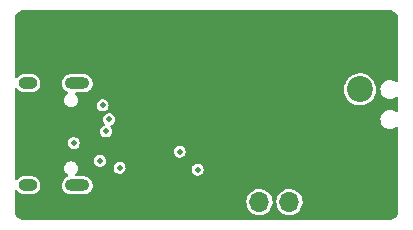
<source format=gbl>
%TF.GenerationSoftware,KiCad,Pcbnew,5.99.0-unknown-3f6811f413~130~ubuntu20.10.1*%
%TF.CreationDate,2021-09-06T20:59:45-07:00*%
%TF.ProjectId,usb_pd,7573625f-7064-42e6-9b69-6361645f7063,rev?*%
%TF.SameCoordinates,Original*%
%TF.FileFunction,Copper,L4,Bot*%
%TF.FilePolarity,Positive*%
%FSLAX46Y46*%
G04 Gerber Fmt 4.6, Leading zero omitted, Abs format (unit mm)*
G04 Created by KiCad (PCBNEW 5.99.0-unknown-3f6811f413~130~ubuntu20.10.1) date 2021-09-06 20:59:45*
%MOMM*%
%LPD*%
G01*
G04 APERTURE LIST*
%TA.AperFunction,ComponentPad*%
%ADD10R,1.700000X1.700000*%
%TD*%
%TA.AperFunction,ComponentPad*%
%ADD11O,1.700000X1.700000*%
%TD*%
%TA.AperFunction,ComponentPad*%
%ADD12R,2.200000X2.200000*%
%TD*%
%TA.AperFunction,ComponentPad*%
%ADD13C,2.200000*%
%TD*%
%TA.AperFunction,ComponentPad*%
%ADD14O,2.100000X1.000000*%
%TD*%
%TA.AperFunction,ComponentPad*%
%ADD15O,1.600000X1.000000*%
%TD*%
%TA.AperFunction,ViaPad*%
%ADD16C,0.508000*%
%TD*%
%TA.AperFunction,ViaPad*%
%ADD17C,0.800000*%
%TD*%
G04 APERTURE END LIST*
D10*
%TO.P,J102,1,Pin_1*%
%TO.N,GND*%
X98450000Y-124750000D03*
D11*
%TO.P,J102,2,Pin_2*%
%TO.N,/PD_SDA*%
X100990000Y-124750000D03*
%TO.P,J102,3,Pin_3*%
%TO.N,/PD_SCL*%
X103530000Y-124750000D03*
%TO.P,J102,4,Pin_4*%
%TO.N,GND*%
X106070000Y-124750000D03*
%TD*%
D12*
%TO.P,J103,1,Pin_1*%
%TO.N,GND*%
X109500000Y-117750000D03*
D13*
%TO.P,J103,2,Pin_2*%
%TO.N,VBUS*%
X109500000Y-115210000D03*
%TD*%
D14*
%TO.P,J101,S1,SHIELD*%
%TO.N,Net-(C101-Pad1)*%
X85570000Y-123320000D03*
D15*
X81390000Y-123320000D03*
D14*
X85570000Y-114680000D03*
D15*
X81390000Y-114680000D03*
%TD*%
D16*
%TO.N,GND*%
X84750000Y-112000000D03*
X87250000Y-112000000D03*
X94250000Y-113000000D03*
X98000000Y-120500000D03*
X97000000Y-120500000D03*
X97000000Y-119750000D03*
X98000000Y-119750000D03*
X98000000Y-119000000D03*
X97000000Y-119000000D03*
X98000000Y-116500000D03*
X101500000Y-120500000D03*
X101500000Y-118500000D03*
D17*
X98000000Y-110000000D03*
X96000000Y-110500000D03*
X108000000Y-109250000D03*
X109250000Y-124500000D03*
X111250000Y-124500000D03*
X89750000Y-124500000D03*
X95750000Y-124500000D03*
X95000000Y-125500000D03*
X90500000Y-125500000D03*
D16*
%TO.N,Net-(D104-Pad1)*%
X95750000Y-122000000D03*
X88250000Y-117750000D03*
X89141384Y-121858616D03*
X94233616Y-120483616D03*
%TO.N,GND*%
X89000000Y-121000000D03*
X89000000Y-118000000D03*
%TO.N,Net-(FB101-Pad1)*%
X87710000Y-116550000D03*
X87500000Y-121250000D03*
%TO.N,Net-(D101-Pad1)*%
X88000000Y-118750000D03*
X85250000Y-119750000D03*
D17*
%TO.N,GND*%
X87654312Y-115404312D03*
X87750000Y-122250000D03*
%TD*%
%TA.AperFunction,Conductor*%
%TO.N,GND*%
G36*
X111987153Y-108506421D02*
G01*
X112000000Y-108508976D01*
X112012172Y-108506555D01*
X112019754Y-108506555D01*
X112032104Y-108507162D01*
X112133188Y-108517118D01*
X112157408Y-108521935D01*
X112273617Y-108557187D01*
X112296418Y-108566631D01*
X112403517Y-108623876D01*
X112424047Y-108637594D01*
X112517909Y-108714626D01*
X112535374Y-108732091D01*
X112612406Y-108825953D01*
X112626124Y-108846483D01*
X112683369Y-108953582D01*
X112692813Y-108976383D01*
X112728065Y-109092592D01*
X112732882Y-109116812D01*
X112742838Y-109217896D01*
X112743445Y-109230246D01*
X112743445Y-109237828D01*
X112741024Y-109250000D01*
X112743445Y-109262170D01*
X112743579Y-109262844D01*
X112746000Y-109287425D01*
X112746000Y-114476845D01*
X112725998Y-114544966D01*
X112672342Y-114591459D01*
X112602068Y-114601563D01*
X112547939Y-114578038D01*
X112547293Y-114579055D01*
X112394901Y-114482344D01*
X112328858Y-114458827D01*
X112231506Y-114424161D01*
X112231501Y-114424160D01*
X112224871Y-114421799D01*
X112217885Y-114420966D01*
X112217881Y-114420965D01*
X112091337Y-114405877D01*
X112045652Y-114400429D01*
X112038649Y-114401165D01*
X112038648Y-114401165D01*
X111873160Y-114418558D01*
X111873156Y-114418559D01*
X111866152Y-114419295D01*
X111695293Y-114477460D01*
X111681212Y-114486123D01*
X111555604Y-114563398D01*
X111541566Y-114572034D01*
X111412612Y-114698315D01*
X111314840Y-114850027D01*
X111312431Y-114856647D01*
X111312429Y-114856650D01*
X111264193Y-114989177D01*
X111253109Y-115019631D01*
X111230488Y-115198696D01*
X111248101Y-115378323D01*
X111250325Y-115385008D01*
X111250325Y-115385009D01*
X111267643Y-115437070D01*
X111305072Y-115549585D01*
X111308719Y-115555607D01*
X111308720Y-115555609D01*
X111372222Y-115660463D01*
X111398569Y-115703968D01*
X111523947Y-115833801D01*
X111529840Y-115837657D01*
X111529841Y-115837658D01*
X111578696Y-115869627D01*
X111674974Y-115932629D01*
X111759558Y-115964086D01*
X111837540Y-115993088D01*
X111837542Y-115993089D01*
X111844142Y-115995543D01*
X111851120Y-115996474D01*
X111851124Y-115996475D01*
X111933593Y-116007478D01*
X112023045Y-116019413D01*
X112030056Y-116018775D01*
X112030060Y-116018775D01*
X112195770Y-116003694D01*
X112202791Y-116003055D01*
X112209493Y-116000877D01*
X112209495Y-116000877D01*
X112367747Y-115949458D01*
X112367750Y-115949457D01*
X112374446Y-115947281D01*
X112529478Y-115854863D01*
X112534576Y-115850008D01*
X112540190Y-115845747D01*
X112541290Y-115847196D01*
X112596229Y-115818915D01*
X112666900Y-115825706D01*
X112722681Y-115869627D01*
X112746000Y-115942652D01*
X112746000Y-117016845D01*
X112725998Y-117084966D01*
X112672342Y-117131459D01*
X112602068Y-117141563D01*
X112547939Y-117118038D01*
X112547293Y-117119055D01*
X112394901Y-117022344D01*
X112356612Y-117008710D01*
X112231506Y-116964161D01*
X112231501Y-116964160D01*
X112224871Y-116961799D01*
X112217885Y-116960966D01*
X112217881Y-116960965D01*
X112086192Y-116945263D01*
X112045652Y-116940429D01*
X112038649Y-116941165D01*
X112038648Y-116941165D01*
X111873160Y-116958558D01*
X111873156Y-116958559D01*
X111866152Y-116959295D01*
X111695293Y-117017460D01*
X111541566Y-117112034D01*
X111412612Y-117238315D01*
X111314840Y-117390027D01*
X111312431Y-117396647D01*
X111312429Y-117396650D01*
X111281586Y-117481390D01*
X111253109Y-117559631D01*
X111230488Y-117738696D01*
X111248101Y-117918323D01*
X111305072Y-118089585D01*
X111308719Y-118095607D01*
X111308720Y-118095609D01*
X111394290Y-118236902D01*
X111398569Y-118243968D01*
X111523947Y-118373801D01*
X111529840Y-118377657D01*
X111529841Y-118377658D01*
X111657544Y-118461223D01*
X111674974Y-118472629D01*
X111759558Y-118504086D01*
X111837540Y-118533088D01*
X111837542Y-118533089D01*
X111844142Y-118535543D01*
X111851120Y-118536474D01*
X111851124Y-118536475D01*
X111933593Y-118547478D01*
X112023045Y-118559413D01*
X112030056Y-118558775D01*
X112030060Y-118558775D01*
X112195770Y-118543694D01*
X112202791Y-118543055D01*
X112209493Y-118540877D01*
X112209495Y-118540877D01*
X112367747Y-118489458D01*
X112367750Y-118489457D01*
X112374446Y-118487281D01*
X112529478Y-118394863D01*
X112534576Y-118390008D01*
X112540190Y-118385747D01*
X112541290Y-118387196D01*
X112596229Y-118358915D01*
X112666900Y-118365706D01*
X112722681Y-118409627D01*
X112746000Y-118482652D01*
X112746000Y-125462575D01*
X112743579Y-125487153D01*
X112741024Y-125500000D01*
X112743445Y-125512172D01*
X112743445Y-125519754D01*
X112742838Y-125532104D01*
X112732882Y-125633188D01*
X112728065Y-125657408D01*
X112692813Y-125773617D01*
X112683369Y-125796418D01*
X112626124Y-125903517D01*
X112612406Y-125924047D01*
X112535374Y-126017909D01*
X112517909Y-126035374D01*
X112424047Y-126112406D01*
X112403517Y-126126124D01*
X112296418Y-126183369D01*
X112273617Y-126192813D01*
X112157408Y-126228065D01*
X112133188Y-126232882D01*
X112032104Y-126242838D01*
X112019754Y-126243445D01*
X112012172Y-126243445D01*
X112000000Y-126241024D01*
X111987153Y-126243579D01*
X111962575Y-126246000D01*
X81037425Y-126246000D01*
X81012847Y-126243579D01*
X81000000Y-126241024D01*
X80987828Y-126243445D01*
X80980246Y-126243445D01*
X80967896Y-126242838D01*
X80866812Y-126232882D01*
X80842592Y-126228065D01*
X80726383Y-126192813D01*
X80703582Y-126183369D01*
X80596483Y-126126124D01*
X80575953Y-126112406D01*
X80482091Y-126035374D01*
X80464626Y-126017909D01*
X80387594Y-125924047D01*
X80373876Y-125903517D01*
X80316631Y-125796418D01*
X80307187Y-125773617D01*
X80271935Y-125657408D01*
X80267118Y-125633188D01*
X80257162Y-125532104D01*
X80256555Y-125519754D01*
X80256555Y-125512172D01*
X80258976Y-125500000D01*
X80256421Y-125487153D01*
X80254000Y-125462575D01*
X80254000Y-124720964D01*
X99881148Y-124720964D01*
X99894424Y-124923522D01*
X99895845Y-124929118D01*
X99895846Y-124929123D01*
X99916119Y-125008945D01*
X99944392Y-125120269D01*
X99946809Y-125125512D01*
X99984010Y-125206208D01*
X100029377Y-125304616D01*
X100032710Y-125309332D01*
X100141011Y-125462575D01*
X100146533Y-125470389D01*
X100291938Y-125612035D01*
X100460720Y-125724812D01*
X100466023Y-125727090D01*
X100466026Y-125727092D01*
X100627409Y-125796427D01*
X100647228Y-125804942D01*
X100720244Y-125821464D01*
X100839579Y-125848467D01*
X100839584Y-125848468D01*
X100845216Y-125849742D01*
X100850987Y-125849969D01*
X100850989Y-125849969D01*
X100910756Y-125852317D01*
X101048053Y-125857712D01*
X101148499Y-125843148D01*
X101243231Y-125829413D01*
X101243236Y-125829412D01*
X101248945Y-125828584D01*
X101254409Y-125826729D01*
X101254414Y-125826728D01*
X101435693Y-125765192D01*
X101435698Y-125765190D01*
X101441165Y-125763334D01*
X101618276Y-125664147D01*
X101680934Y-125612035D01*
X101769913Y-125538031D01*
X101774345Y-125534345D01*
X101904147Y-125378276D01*
X102003334Y-125201165D01*
X102005190Y-125195698D01*
X102005192Y-125195693D01*
X102066728Y-125014414D01*
X102066729Y-125014409D01*
X102068584Y-125008945D01*
X102069412Y-125003236D01*
X102069413Y-125003231D01*
X102097179Y-124811727D01*
X102097712Y-124808053D01*
X102099232Y-124750000D01*
X102096564Y-124720964D01*
X102421148Y-124720964D01*
X102434424Y-124923522D01*
X102435845Y-124929118D01*
X102435846Y-124929123D01*
X102456119Y-125008945D01*
X102484392Y-125120269D01*
X102486809Y-125125512D01*
X102524010Y-125206208D01*
X102569377Y-125304616D01*
X102572710Y-125309332D01*
X102681011Y-125462575D01*
X102686533Y-125470389D01*
X102831938Y-125612035D01*
X103000720Y-125724812D01*
X103006023Y-125727090D01*
X103006026Y-125727092D01*
X103167409Y-125796427D01*
X103187228Y-125804942D01*
X103260244Y-125821464D01*
X103379579Y-125848467D01*
X103379584Y-125848468D01*
X103385216Y-125849742D01*
X103390987Y-125849969D01*
X103390989Y-125849969D01*
X103450756Y-125852317D01*
X103588053Y-125857712D01*
X103688499Y-125843148D01*
X103783231Y-125829413D01*
X103783236Y-125829412D01*
X103788945Y-125828584D01*
X103794409Y-125826729D01*
X103794414Y-125826728D01*
X103975693Y-125765192D01*
X103975698Y-125765190D01*
X103981165Y-125763334D01*
X104158276Y-125664147D01*
X104220934Y-125612035D01*
X104309913Y-125538031D01*
X104314345Y-125534345D01*
X104444147Y-125378276D01*
X104543334Y-125201165D01*
X104545190Y-125195698D01*
X104545192Y-125195693D01*
X104606728Y-125014414D01*
X104606729Y-125014409D01*
X104608584Y-125008945D01*
X104609412Y-125003236D01*
X104609413Y-125003231D01*
X104637179Y-124811727D01*
X104637712Y-124808053D01*
X104639232Y-124750000D01*
X104620658Y-124547859D01*
X104619090Y-124542299D01*
X104567125Y-124358046D01*
X104567124Y-124358044D01*
X104565557Y-124352487D01*
X104554978Y-124331033D01*
X104478331Y-124175609D01*
X104475776Y-124170428D01*
X104354320Y-124007779D01*
X104244946Y-123906674D01*
X104209503Y-123873911D01*
X104205258Y-123869987D01*
X104200375Y-123866906D01*
X104200371Y-123866903D01*
X104044612Y-123768627D01*
X104033581Y-123761667D01*
X103845039Y-123686446D01*
X103839379Y-123685320D01*
X103839375Y-123685319D01*
X103651613Y-123647971D01*
X103651610Y-123647971D01*
X103645946Y-123646844D01*
X103640171Y-123646768D01*
X103640167Y-123646768D01*
X103538793Y-123645441D01*
X103442971Y-123644187D01*
X103437274Y-123645166D01*
X103437273Y-123645166D01*
X103248607Y-123677585D01*
X103242910Y-123678564D01*
X103052463Y-123748824D01*
X102878010Y-123852612D01*
X102873670Y-123856418D01*
X102873666Y-123856421D01*
X102761035Y-123955197D01*
X102725392Y-123986455D01*
X102599720Y-124145869D01*
X102597031Y-124150980D01*
X102597029Y-124150983D01*
X102584073Y-124175609D01*
X102505203Y-124325515D01*
X102445007Y-124519378D01*
X102421148Y-124720964D01*
X102096564Y-124720964D01*
X102080658Y-124547859D01*
X102079090Y-124542299D01*
X102027125Y-124358046D01*
X102027124Y-124358044D01*
X102025557Y-124352487D01*
X102014978Y-124331033D01*
X101938331Y-124175609D01*
X101935776Y-124170428D01*
X101814320Y-124007779D01*
X101704946Y-123906674D01*
X101669503Y-123873911D01*
X101665258Y-123869987D01*
X101660375Y-123866906D01*
X101660371Y-123866903D01*
X101504612Y-123768627D01*
X101493581Y-123761667D01*
X101305039Y-123686446D01*
X101299379Y-123685320D01*
X101299375Y-123685319D01*
X101111613Y-123647971D01*
X101111610Y-123647971D01*
X101105946Y-123646844D01*
X101100171Y-123646768D01*
X101100167Y-123646768D01*
X100998793Y-123645441D01*
X100902971Y-123644187D01*
X100897274Y-123645166D01*
X100897273Y-123645166D01*
X100708607Y-123677585D01*
X100702910Y-123678564D01*
X100512463Y-123748824D01*
X100338010Y-123852612D01*
X100333670Y-123856418D01*
X100333666Y-123856421D01*
X100221035Y-123955197D01*
X100185392Y-123986455D01*
X100059720Y-124145869D01*
X100057031Y-124150980D01*
X100057029Y-124150983D01*
X100044073Y-124175609D01*
X99965203Y-124325515D01*
X99905007Y-124519378D01*
X99881148Y-124720964D01*
X80254000Y-124720964D01*
X80254000Y-123840567D01*
X80274002Y-123772446D01*
X80327658Y-123725953D01*
X80397932Y-123715849D01*
X80462512Y-123745343D01*
X80481481Y-123765884D01*
X80488159Y-123774958D01*
X80534537Y-123837978D01*
X80668596Y-123951869D01*
X80749846Y-123993358D01*
X80778089Y-124007779D01*
X80825260Y-124031866D01*
X80832365Y-124033605D01*
X80832369Y-124033606D01*
X80914026Y-124053587D01*
X80996125Y-124073676D01*
X81001727Y-124074024D01*
X81001730Y-124074024D01*
X81007468Y-124074380D01*
X81007477Y-124074380D01*
X81009407Y-124074500D01*
X81732885Y-124074500D01*
X81736519Y-124074076D01*
X81736524Y-124074076D01*
X81857450Y-124059977D01*
X81864723Y-124059129D01*
X81935038Y-124033606D01*
X82023194Y-124001607D01*
X82030073Y-123999110D01*
X82177181Y-123902662D01*
X82298155Y-123774958D01*
X82386507Y-123622850D01*
X82437497Y-123454496D01*
X82443293Y-123361073D01*
X84261611Y-123361073D01*
X84291401Y-123534438D01*
X84360274Y-123696301D01*
X84364607Y-123702189D01*
X84364610Y-123702194D01*
X84460195Y-123832079D01*
X84460199Y-123832083D01*
X84464537Y-123837978D01*
X84598596Y-123951869D01*
X84679846Y-123993358D01*
X84708089Y-124007779D01*
X84755260Y-124031866D01*
X84762365Y-124033605D01*
X84762369Y-124033606D01*
X84844026Y-124053587D01*
X84926125Y-124073676D01*
X84931727Y-124074024D01*
X84931730Y-124074024D01*
X84937468Y-124074380D01*
X84937477Y-124074380D01*
X84939407Y-124074500D01*
X86162885Y-124074500D01*
X86166519Y-124074076D01*
X86166524Y-124074076D01*
X86287450Y-124059977D01*
X86294723Y-124059129D01*
X86365038Y-124033606D01*
X86453194Y-124001607D01*
X86460073Y-123999110D01*
X86607181Y-123902662D01*
X86728155Y-123774958D01*
X86816507Y-123622850D01*
X86867497Y-123454496D01*
X86878389Y-123278927D01*
X86848599Y-123105562D01*
X86779726Y-122943699D01*
X86775393Y-122937811D01*
X86775390Y-122937806D01*
X86679805Y-122807921D01*
X86679801Y-122807917D01*
X86675463Y-122802022D01*
X86541404Y-122688131D01*
X86456747Y-122644903D01*
X86391256Y-122611461D01*
X86391254Y-122611460D01*
X86384740Y-122608134D01*
X86377635Y-122606395D01*
X86377631Y-122606394D01*
X86283533Y-122583369D01*
X86213875Y-122566324D01*
X86208273Y-122565976D01*
X86208270Y-122565976D01*
X86202532Y-122565620D01*
X86202523Y-122565620D01*
X86200593Y-122565500D01*
X85482788Y-122565500D01*
X85414667Y-122545498D01*
X85368174Y-122491842D01*
X85358070Y-122421568D01*
X85387564Y-122356988D01*
X85406084Y-122339537D01*
X85446758Y-122308327D01*
X85453304Y-122303304D01*
X85546192Y-122182250D01*
X85604584Y-122041280D01*
X85624500Y-121890000D01*
X85619542Y-121852340D01*
X88627693Y-121852340D01*
X88628857Y-121861242D01*
X88628857Y-121861245D01*
X88633688Y-121898188D01*
X88646579Y-121996768D01*
X88650193Y-122004981D01*
X88650194Y-122004985D01*
X88658072Y-122022888D01*
X88705243Y-122130090D01*
X88711018Y-122136960D01*
X88711019Y-122136962D01*
X88754594Y-122188801D01*
X88798967Y-122241589D01*
X88806444Y-122246566D01*
X88912745Y-122317326D01*
X88912747Y-122317327D01*
X88920218Y-122322300D01*
X89059248Y-122365737D01*
X89204882Y-122368406D01*
X89275146Y-122349250D01*
X89336747Y-122332455D01*
X89336748Y-122332455D01*
X89345410Y-122330093D01*
X89353743Y-122324977D01*
X89415148Y-122287274D01*
X89469538Y-122253879D01*
X89476158Y-122246566D01*
X89561257Y-122152550D01*
X89561258Y-122152549D01*
X89567285Y-122145890D01*
X89575348Y-122129249D01*
X89626879Y-122022888D01*
X89626879Y-122022887D01*
X89630794Y-122014807D01*
X89634341Y-121993724D01*
X95236309Y-121993724D01*
X95237473Y-122002626D01*
X95237473Y-122002629D01*
X95243525Y-122048909D01*
X95255195Y-122138152D01*
X95258809Y-122146365D01*
X95258810Y-122146369D01*
X95274599Y-122182250D01*
X95313859Y-122271474D01*
X95319634Y-122278344D01*
X95319635Y-122278346D01*
X95395338Y-122368406D01*
X95407583Y-122382973D01*
X95415060Y-122387950D01*
X95521361Y-122458710D01*
X95521363Y-122458711D01*
X95528834Y-122463684D01*
X95667864Y-122507121D01*
X95813498Y-122509790D01*
X95883762Y-122490633D01*
X95945363Y-122473839D01*
X95945364Y-122473839D01*
X95954026Y-122471477D01*
X95962359Y-122466361D01*
X96016090Y-122433370D01*
X96078154Y-122395263D01*
X96084774Y-122387950D01*
X96169873Y-122293934D01*
X96169874Y-122293933D01*
X96175901Y-122287274D01*
X96239410Y-122156191D01*
X96263576Y-122012552D01*
X96263729Y-122000000D01*
X96247976Y-121890000D01*
X96244354Y-121864706D01*
X96244353Y-121864703D01*
X96243080Y-121855813D01*
X96237467Y-121843468D01*
X96186508Y-121731390D01*
X96186507Y-121731388D01*
X96182792Y-121723218D01*
X96087713Y-121612873D01*
X95965485Y-121533648D01*
X95825934Y-121491914D01*
X95816958Y-121491859D01*
X95816957Y-121491859D01*
X95755644Y-121491485D01*
X95680279Y-121491024D01*
X95540229Y-121531051D01*
X95532642Y-121535838D01*
X95532640Y-121535839D01*
X95470520Y-121575034D01*
X95417042Y-121608776D01*
X95320622Y-121717951D01*
X95316808Y-121726074D01*
X95316807Y-121726076D01*
X95262533Y-121841676D01*
X95258719Y-121849800D01*
X95257339Y-121858665D01*
X95257338Y-121858667D01*
X95251185Y-121898188D01*
X95236309Y-121993724D01*
X89634341Y-121993724D01*
X89654960Y-121871168D01*
X89655113Y-121858616D01*
X89640622Y-121757428D01*
X89635738Y-121723322D01*
X89635737Y-121723319D01*
X89634464Y-121714429D01*
X89630746Y-121706251D01*
X89577892Y-121590006D01*
X89577891Y-121590004D01*
X89574176Y-121581834D01*
X89479097Y-121471489D01*
X89356869Y-121392264D01*
X89217318Y-121350530D01*
X89208342Y-121350475D01*
X89208341Y-121350475D01*
X89147028Y-121350101D01*
X89071663Y-121349640D01*
X88931613Y-121389667D01*
X88924026Y-121394454D01*
X88924024Y-121394455D01*
X88905424Y-121406191D01*
X88808426Y-121467392D01*
X88712006Y-121576567D01*
X88708192Y-121584690D01*
X88708191Y-121584692D01*
X88653917Y-121700292D01*
X88650103Y-121708416D01*
X88648723Y-121717281D01*
X88648722Y-121717283D01*
X88642104Y-121759790D01*
X88627693Y-121852340D01*
X85619542Y-121852340D01*
X85607028Y-121757285D01*
X85605662Y-121746908D01*
X85604584Y-121738720D01*
X85546192Y-121597750D01*
X85464939Y-121491859D01*
X85458327Y-121483242D01*
X85453304Y-121476696D01*
X85332250Y-121383808D01*
X85191280Y-121325416D01*
X85040000Y-121305500D01*
X84888720Y-121325416D01*
X84747750Y-121383808D01*
X84626696Y-121476696D01*
X84621673Y-121483242D01*
X84615061Y-121491859D01*
X84533808Y-121597750D01*
X84475416Y-121738720D01*
X84474338Y-121746908D01*
X84472972Y-121757285D01*
X84455500Y-121890000D01*
X84475416Y-122041280D01*
X84533808Y-122182250D01*
X84626696Y-122303304D01*
X84747750Y-122396192D01*
X84750522Y-122397340D01*
X84797835Y-122446958D01*
X84811274Y-122516671D01*
X84784889Y-122582583D01*
X84728836Y-122623137D01*
X84679927Y-122640890D01*
X84532819Y-122737338D01*
X84411845Y-122865042D01*
X84323493Y-123017150D01*
X84272503Y-123185504D01*
X84261611Y-123361073D01*
X82443293Y-123361073D01*
X82448389Y-123278927D01*
X82418599Y-123105562D01*
X82349726Y-122943699D01*
X82345393Y-122937811D01*
X82345390Y-122937806D01*
X82249805Y-122807921D01*
X82249801Y-122807917D01*
X82245463Y-122802022D01*
X82111404Y-122688131D01*
X82026747Y-122644903D01*
X81961256Y-122611461D01*
X81961254Y-122611460D01*
X81954740Y-122608134D01*
X81947635Y-122606395D01*
X81947631Y-122606394D01*
X81853533Y-122583369D01*
X81783875Y-122566324D01*
X81778273Y-122565976D01*
X81778270Y-122565976D01*
X81772532Y-122565620D01*
X81772523Y-122565620D01*
X81770593Y-122565500D01*
X81047115Y-122565500D01*
X81043481Y-122565924D01*
X81043476Y-122565924D01*
X80922550Y-122580023D01*
X80915277Y-122580871D01*
X80908395Y-122583369D01*
X80840169Y-122608134D01*
X80749927Y-122640890D01*
X80602819Y-122737338D01*
X80481845Y-122865042D01*
X80479814Y-122868539D01*
X80424068Y-122910296D01*
X80353254Y-122915381D01*
X80290931Y-122881375D01*
X80256888Y-122819073D01*
X80254000Y-122792253D01*
X80254000Y-121243724D01*
X86986309Y-121243724D01*
X86987473Y-121252626D01*
X86987473Y-121252629D01*
X86994387Y-121305500D01*
X87005195Y-121388152D01*
X87008809Y-121396365D01*
X87008810Y-121396369D01*
X87009237Y-121397339D01*
X87063859Y-121521474D01*
X87069634Y-121528344D01*
X87069635Y-121528346D01*
X87127975Y-121597750D01*
X87157583Y-121632973D01*
X87165060Y-121637950D01*
X87271361Y-121708710D01*
X87271363Y-121708711D01*
X87278834Y-121713684D01*
X87287401Y-121716361D01*
X87287402Y-121716361D01*
X87303777Y-121721477D01*
X87417864Y-121757121D01*
X87563498Y-121759790D01*
X87668763Y-121731091D01*
X87695363Y-121723839D01*
X87695364Y-121723839D01*
X87704026Y-121721477D01*
X87712266Y-121716418D01*
X87820502Y-121649961D01*
X87828154Y-121645263D01*
X87834774Y-121637950D01*
X87919873Y-121543934D01*
X87919874Y-121543933D01*
X87925901Y-121537274D01*
X87947905Y-121491859D01*
X87985495Y-121414272D01*
X87985495Y-121414271D01*
X87989410Y-121406191D01*
X88013576Y-121262552D01*
X88013729Y-121250000D01*
X87993080Y-121105813D01*
X87989362Y-121097635D01*
X87936508Y-120981390D01*
X87936507Y-120981388D01*
X87932792Y-120973218D01*
X87837713Y-120862873D01*
X87715485Y-120783648D01*
X87575934Y-120741914D01*
X87566958Y-120741859D01*
X87566957Y-120741859D01*
X87505644Y-120741485D01*
X87430279Y-120741024D01*
X87290229Y-120781051D01*
X87167042Y-120858776D01*
X87161100Y-120865504D01*
X87118832Y-120913363D01*
X87070622Y-120967951D01*
X87008719Y-121099800D01*
X86986309Y-121243724D01*
X80254000Y-121243724D01*
X80254000Y-120477340D01*
X93719925Y-120477340D01*
X93721089Y-120486242D01*
X93721089Y-120486245D01*
X93732712Y-120575130D01*
X93738811Y-120621768D01*
X93742425Y-120629981D01*
X93742426Y-120629985D01*
X93742853Y-120630955D01*
X93797475Y-120755090D01*
X93803250Y-120761960D01*
X93803251Y-120761962D01*
X93885419Y-120859713D01*
X93891199Y-120866589D01*
X93898676Y-120871566D01*
X94004977Y-120942326D01*
X94004979Y-120942327D01*
X94012450Y-120947300D01*
X94151480Y-120990737D01*
X94297114Y-120993406D01*
X94415158Y-120961223D01*
X94428979Y-120957455D01*
X94428980Y-120957455D01*
X94437642Y-120955093D01*
X94445975Y-120949977D01*
X94554118Y-120883577D01*
X94561770Y-120878879D01*
X94568390Y-120871566D01*
X94653489Y-120777550D01*
X94653490Y-120777549D01*
X94659517Y-120770890D01*
X94673583Y-120741859D01*
X94719111Y-120647888D01*
X94719111Y-120647887D01*
X94723026Y-120639807D01*
X94747192Y-120496168D01*
X94747345Y-120483616D01*
X94726696Y-120339429D01*
X94722978Y-120331251D01*
X94670124Y-120215006D01*
X94670123Y-120215004D01*
X94666408Y-120206834D01*
X94571329Y-120096489D01*
X94449101Y-120017264D01*
X94309550Y-119975530D01*
X94300574Y-119975475D01*
X94300573Y-119975475D01*
X94239260Y-119975101D01*
X94163895Y-119974640D01*
X94023845Y-120014667D01*
X94016258Y-120019454D01*
X94016256Y-120019455D01*
X94011993Y-120022145D01*
X93900658Y-120092392D01*
X93804238Y-120201567D01*
X93742335Y-120333416D01*
X93719925Y-120477340D01*
X80254000Y-120477340D01*
X80254000Y-119743724D01*
X84736309Y-119743724D01*
X84737473Y-119752626D01*
X84737473Y-119752629D01*
X84749096Y-119841514D01*
X84755195Y-119888152D01*
X84758809Y-119896365D01*
X84758810Y-119896369D01*
X84759237Y-119897339D01*
X84813859Y-120021474D01*
X84819634Y-120028344D01*
X84819635Y-120028346D01*
X84827140Y-120037274D01*
X84907583Y-120132973D01*
X84915060Y-120137950D01*
X85021361Y-120208710D01*
X85021363Y-120208711D01*
X85028834Y-120213684D01*
X85167864Y-120257121D01*
X85313498Y-120259790D01*
X85383762Y-120240634D01*
X85445363Y-120223839D01*
X85445364Y-120223839D01*
X85454026Y-120221477D01*
X85462359Y-120216361D01*
X85570502Y-120149961D01*
X85578154Y-120145263D01*
X85584774Y-120137950D01*
X85669873Y-120043934D01*
X85669874Y-120043933D01*
X85675901Y-120037274D01*
X85684535Y-120019455D01*
X85735495Y-119914272D01*
X85735495Y-119914271D01*
X85739410Y-119906191D01*
X85763576Y-119762552D01*
X85763729Y-119750000D01*
X85743080Y-119605813D01*
X85739362Y-119597635D01*
X85686508Y-119481390D01*
X85686507Y-119481388D01*
X85682792Y-119473218D01*
X85587713Y-119362873D01*
X85465485Y-119283648D01*
X85325934Y-119241914D01*
X85316958Y-119241859D01*
X85316957Y-119241859D01*
X85255644Y-119241485D01*
X85180279Y-119241024D01*
X85040229Y-119281051D01*
X84917042Y-119358776D01*
X84820622Y-119467951D01*
X84758719Y-119599800D01*
X84736309Y-119743724D01*
X80254000Y-119743724D01*
X80254000Y-118743724D01*
X87486309Y-118743724D01*
X87487473Y-118752626D01*
X87487473Y-118752629D01*
X87499096Y-118841514D01*
X87505195Y-118888152D01*
X87508809Y-118896365D01*
X87508810Y-118896369D01*
X87509237Y-118897339D01*
X87563859Y-119021474D01*
X87569634Y-119028344D01*
X87569635Y-119028346D01*
X87577140Y-119037274D01*
X87657583Y-119132973D01*
X87665060Y-119137950D01*
X87771361Y-119208710D01*
X87771363Y-119208711D01*
X87778834Y-119213684D01*
X87917864Y-119257121D01*
X88063498Y-119259790D01*
X88133762Y-119240633D01*
X88195363Y-119223839D01*
X88195364Y-119223839D01*
X88204026Y-119221477D01*
X88212359Y-119216361D01*
X88320502Y-119149961D01*
X88328154Y-119145263D01*
X88334774Y-119137950D01*
X88419873Y-119043934D01*
X88419874Y-119043933D01*
X88425901Y-119037274D01*
X88489410Y-118906191D01*
X88513576Y-118762552D01*
X88513729Y-118750000D01*
X88493080Y-118605813D01*
X88489362Y-118597635D01*
X88436508Y-118481390D01*
X88436507Y-118481388D01*
X88432792Y-118473218D01*
X88422457Y-118461223D01*
X88391535Y-118425337D01*
X88362221Y-118360674D01*
X88372520Y-118290429D01*
X88419162Y-118236902D01*
X88437686Y-118228694D01*
X88437127Y-118227403D01*
X88445364Y-118223839D01*
X88454026Y-118221477D01*
X88466719Y-118213684D01*
X88570502Y-118149961D01*
X88578154Y-118145263D01*
X88589279Y-118132973D01*
X88669873Y-118043934D01*
X88669874Y-118043933D01*
X88675901Y-118037274D01*
X88739410Y-117906191D01*
X88763576Y-117762552D01*
X88763729Y-117750000D01*
X88743080Y-117605813D01*
X88739362Y-117597635D01*
X88686508Y-117481390D01*
X88686507Y-117481388D01*
X88682792Y-117473218D01*
X88587713Y-117362873D01*
X88465485Y-117283648D01*
X88325934Y-117241914D01*
X88316958Y-117241859D01*
X88316957Y-117241859D01*
X88255644Y-117241485D01*
X88180279Y-117241024D01*
X88040229Y-117281051D01*
X87917042Y-117358776D01*
X87820622Y-117467951D01*
X87816808Y-117476074D01*
X87816807Y-117476076D01*
X87762533Y-117591676D01*
X87758719Y-117599800D01*
X87757339Y-117608665D01*
X87757338Y-117608667D01*
X87738181Y-117731702D01*
X87736309Y-117743724D01*
X87737473Y-117752626D01*
X87737473Y-117752629D01*
X87749096Y-117841514D01*
X87755195Y-117888152D01*
X87758809Y-117896365D01*
X87758810Y-117896369D01*
X87798567Y-117986722D01*
X87813859Y-118021474D01*
X87819634Y-118028344D01*
X87819635Y-118028346D01*
X87860129Y-118076519D01*
X87888650Y-118141534D01*
X87877494Y-118211649D01*
X87830202Y-118264602D01*
X87807033Y-118274874D01*
X87807053Y-118274919D01*
X87798857Y-118278585D01*
X87790229Y-118281051D01*
X87782642Y-118285838D01*
X87782640Y-118285839D01*
X87716377Y-118327648D01*
X87667042Y-118358776D01*
X87570622Y-118467951D01*
X87566808Y-118476074D01*
X87566807Y-118476076D01*
X87512533Y-118591676D01*
X87508719Y-118599800D01*
X87486309Y-118743724D01*
X80254000Y-118743724D01*
X80254000Y-115200567D01*
X80274002Y-115132446D01*
X80327658Y-115085953D01*
X80397932Y-115075849D01*
X80462512Y-115105343D01*
X80481481Y-115125884D01*
X80522741Y-115181949D01*
X80534537Y-115197978D01*
X80668596Y-115311869D01*
X80749846Y-115353358D01*
X80798738Y-115378323D01*
X80825260Y-115391866D01*
X80832365Y-115393605D01*
X80832369Y-115393606D01*
X80914026Y-115413587D01*
X80996125Y-115433676D01*
X81001727Y-115434024D01*
X81001730Y-115434024D01*
X81007468Y-115434380D01*
X81007477Y-115434380D01*
X81009407Y-115434500D01*
X81732885Y-115434500D01*
X81736519Y-115434076D01*
X81736524Y-115434076D01*
X81857450Y-115419977D01*
X81864723Y-115419129D01*
X81919748Y-115399156D01*
X82023194Y-115361607D01*
X82030073Y-115359110D01*
X82177181Y-115262662D01*
X82298155Y-115134958D01*
X82386507Y-114982850D01*
X82437497Y-114814496D01*
X82443293Y-114721073D01*
X84261611Y-114721073D01*
X84291401Y-114894438D01*
X84360274Y-115056301D01*
X84364607Y-115062189D01*
X84364610Y-115062194D01*
X84460195Y-115192079D01*
X84460199Y-115192083D01*
X84464537Y-115197978D01*
X84598596Y-115311869D01*
X84683253Y-115355097D01*
X84740760Y-115384462D01*
X84792333Y-115433256D01*
X84809339Y-115502185D01*
X84786379Y-115569367D01*
X84749378Y-115603134D01*
X84747750Y-115603808D01*
X84626696Y-115696696D01*
X84533808Y-115817750D01*
X84475416Y-115958720D01*
X84455500Y-116110000D01*
X84475416Y-116261280D01*
X84533808Y-116402250D01*
X84626696Y-116523304D01*
X84747750Y-116616192D01*
X84888720Y-116674584D01*
X85040000Y-116694500D01*
X85048188Y-116693422D01*
X85183092Y-116675662D01*
X85191280Y-116674584D01*
X85332250Y-116616192D01*
X85426692Y-116543724D01*
X87196309Y-116543724D01*
X87197473Y-116552626D01*
X87197473Y-116552629D01*
X87205128Y-116611165D01*
X87215195Y-116688152D01*
X87218809Y-116696365D01*
X87218810Y-116696369D01*
X87219237Y-116697339D01*
X87273859Y-116821474D01*
X87279634Y-116828344D01*
X87279635Y-116828346D01*
X87287140Y-116837274D01*
X87367583Y-116932973D01*
X87375060Y-116937950D01*
X87481361Y-117008710D01*
X87481363Y-117008711D01*
X87488834Y-117013684D01*
X87497401Y-117016361D01*
X87497402Y-117016361D01*
X87512743Y-117021154D01*
X87627864Y-117057121D01*
X87773498Y-117059790D01*
X87896985Y-117026123D01*
X87905363Y-117023839D01*
X87905364Y-117023839D01*
X87914026Y-117021477D01*
X87922359Y-117016361D01*
X88011222Y-116961799D01*
X88038154Y-116945263D01*
X88044774Y-116937950D01*
X88129873Y-116843934D01*
X88129874Y-116843933D01*
X88135901Y-116837274D01*
X88199410Y-116706191D01*
X88222703Y-116567743D01*
X88222770Y-116567344D01*
X88222770Y-116567341D01*
X88223576Y-116562552D01*
X88223729Y-116550000D01*
X88207363Y-116435718D01*
X88204354Y-116414706D01*
X88204353Y-116414703D01*
X88203080Y-116405813D01*
X88197991Y-116394620D01*
X88146508Y-116281390D01*
X88146507Y-116281388D01*
X88142792Y-116273218D01*
X88047713Y-116162873D01*
X87925485Y-116083648D01*
X87785934Y-116041914D01*
X87776958Y-116041859D01*
X87776957Y-116041859D01*
X87715644Y-116041485D01*
X87640279Y-116041024D01*
X87500229Y-116081051D01*
X87492642Y-116085838D01*
X87492640Y-116085839D01*
X87454347Y-116110000D01*
X87377042Y-116158776D01*
X87280622Y-116267951D01*
X87276808Y-116276074D01*
X87276807Y-116276076D01*
X87230623Y-116374445D01*
X87218719Y-116399800D01*
X87217339Y-116408665D01*
X87217338Y-116408667D01*
X87199489Y-116523304D01*
X87196309Y-116543724D01*
X85426692Y-116543724D01*
X85453304Y-116523304D01*
X85546192Y-116402250D01*
X85604584Y-116261280D01*
X85624500Y-116110000D01*
X85604584Y-115958720D01*
X85546192Y-115817750D01*
X85453304Y-115696696D01*
X85406084Y-115660463D01*
X85364217Y-115603125D01*
X85359995Y-115532254D01*
X85394759Y-115470351D01*
X85457471Y-115437070D01*
X85482788Y-115434500D01*
X86162885Y-115434500D01*
X86166519Y-115434076D01*
X86166524Y-115434076D01*
X86287450Y-115419977D01*
X86294723Y-115419129D01*
X86349748Y-115399156D01*
X86453194Y-115361607D01*
X86460073Y-115359110D01*
X86607181Y-115262662D01*
X86688525Y-115176793D01*
X108141264Y-115176793D01*
X108141561Y-115181946D01*
X108141561Y-115181949D01*
X108145909Y-115257350D01*
X108154085Y-115399156D01*
X108155222Y-115404202D01*
X108155223Y-115404208D01*
X108176185Y-115497220D01*
X108203052Y-115616439D01*
X108204994Y-115621221D01*
X108204995Y-115621225D01*
X108284905Y-115818020D01*
X108286849Y-115822807D01*
X108403226Y-116012717D01*
X108549058Y-116181070D01*
X108720428Y-116323344D01*
X108912734Y-116435718D01*
X109120811Y-116515175D01*
X109125879Y-116516206D01*
X109125882Y-116516207D01*
X109217526Y-116534852D01*
X109339072Y-116559581D01*
X109344247Y-116559771D01*
X109344249Y-116559771D01*
X109556491Y-116567554D01*
X109556495Y-116567554D01*
X109561655Y-116567743D01*
X109566775Y-116567087D01*
X109566777Y-116567087D01*
X109662220Y-116554860D01*
X109782582Y-116539441D01*
X109787531Y-116537956D01*
X109787537Y-116537955D01*
X109990969Y-116476922D01*
X109990968Y-116476922D01*
X109995919Y-116475437D01*
X110195939Y-116377448D01*
X110200144Y-116374448D01*
X110200150Y-116374445D01*
X110373065Y-116251106D01*
X110373067Y-116251104D01*
X110377269Y-116248107D01*
X110535039Y-116090887D01*
X110538667Y-116085839D01*
X110661994Y-115914210D01*
X110665012Y-115910010D01*
X110692268Y-115854863D01*
X110761404Y-115714976D01*
X110761405Y-115714974D01*
X110763698Y-115710334D01*
X110828447Y-115497220D01*
X110829122Y-115492094D01*
X110857082Y-115279716D01*
X110857082Y-115279710D01*
X110857519Y-115276394D01*
X110859142Y-115210000D01*
X110840892Y-114988017D01*
X110786631Y-114771995D01*
X110725633Y-114631709D01*
X110699877Y-114572473D01*
X110699875Y-114572470D01*
X110697817Y-114567736D01*
X110688165Y-114552816D01*
X110579645Y-114385070D01*
X110579640Y-114385064D01*
X110576834Y-114380726D01*
X110506746Y-114303699D01*
X110430411Y-114219808D01*
X110430409Y-114219806D01*
X110426933Y-114215986D01*
X110422882Y-114212787D01*
X110422878Y-114212783D01*
X110276698Y-114097338D01*
X110252138Y-114077942D01*
X110057144Y-113970299D01*
X109930634Y-113925500D01*
X109852059Y-113897675D01*
X109852056Y-113897674D01*
X109847187Y-113895950D01*
X109842098Y-113895043D01*
X109842096Y-113895043D01*
X109632996Y-113857796D01*
X109632990Y-113857795D01*
X109627907Y-113856890D01*
X109554094Y-113855988D01*
X109410361Y-113854232D01*
X109410359Y-113854232D01*
X109405191Y-113854169D01*
X109185022Y-113887859D01*
X108973311Y-113957057D01*
X108968723Y-113959445D01*
X108968719Y-113959447D01*
X108889108Y-114000890D01*
X108775745Y-114059903D01*
X108771612Y-114063006D01*
X108771609Y-114063008D01*
X108631879Y-114167921D01*
X108597630Y-114193636D01*
X108443748Y-114354664D01*
X108318233Y-114538663D01*
X108316060Y-114543345D01*
X108316058Y-114543348D01*
X108275043Y-114631709D01*
X108224455Y-114740691D01*
X108164932Y-114955322D01*
X108141264Y-115176793D01*
X86688525Y-115176793D01*
X86728155Y-115134958D01*
X86816507Y-114982850D01*
X86867497Y-114814496D01*
X86878389Y-114638927D01*
X86870233Y-114591459D01*
X86849839Y-114472778D01*
X86848599Y-114465562D01*
X86779726Y-114303699D01*
X86775393Y-114297811D01*
X86775390Y-114297806D01*
X86679805Y-114167921D01*
X86679801Y-114167917D01*
X86675463Y-114162022D01*
X86541404Y-114048131D01*
X86456747Y-114004903D01*
X86391256Y-113971461D01*
X86391254Y-113971460D01*
X86384740Y-113968134D01*
X86377635Y-113966395D01*
X86377631Y-113966394D01*
X86273324Y-113940871D01*
X86213875Y-113926324D01*
X86208273Y-113925976D01*
X86208270Y-113925976D01*
X86202532Y-113925620D01*
X86202523Y-113925620D01*
X86200593Y-113925500D01*
X84977115Y-113925500D01*
X84973481Y-113925924D01*
X84973476Y-113925924D01*
X84852550Y-113940023D01*
X84845277Y-113940871D01*
X84838395Y-113943369D01*
X84770169Y-113968134D01*
X84679927Y-114000890D01*
X84532819Y-114097338D01*
X84411845Y-114225042D01*
X84323493Y-114377150D01*
X84321372Y-114384152D01*
X84321371Y-114384155D01*
X84302631Y-114446030D01*
X84272503Y-114545504D01*
X84272050Y-114552813D01*
X84272049Y-114552816D01*
X84269652Y-114591459D01*
X84261611Y-114721073D01*
X82443293Y-114721073D01*
X82448389Y-114638927D01*
X82440233Y-114591459D01*
X82419839Y-114472778D01*
X82418599Y-114465562D01*
X82349726Y-114303699D01*
X82345393Y-114297811D01*
X82345390Y-114297806D01*
X82249805Y-114167921D01*
X82249801Y-114167917D01*
X82245463Y-114162022D01*
X82111404Y-114048131D01*
X82026747Y-114004903D01*
X81961256Y-113971461D01*
X81961254Y-113971460D01*
X81954740Y-113968134D01*
X81947635Y-113966395D01*
X81947631Y-113966394D01*
X81843324Y-113940871D01*
X81783875Y-113926324D01*
X81778273Y-113925976D01*
X81778270Y-113925976D01*
X81772532Y-113925620D01*
X81772523Y-113925620D01*
X81770593Y-113925500D01*
X81047115Y-113925500D01*
X81043481Y-113925924D01*
X81043476Y-113925924D01*
X80922550Y-113940023D01*
X80915277Y-113940871D01*
X80908395Y-113943369D01*
X80840169Y-113968134D01*
X80749927Y-114000890D01*
X80602819Y-114097338D01*
X80481845Y-114225042D01*
X80479814Y-114228539D01*
X80424068Y-114270296D01*
X80353254Y-114275381D01*
X80290931Y-114241375D01*
X80256888Y-114179073D01*
X80254000Y-114152253D01*
X80254000Y-109287425D01*
X80256421Y-109262844D01*
X80256555Y-109262170D01*
X80258976Y-109250000D01*
X80256555Y-109237828D01*
X80256555Y-109230246D01*
X80257162Y-109217896D01*
X80267118Y-109116812D01*
X80271935Y-109092592D01*
X80307187Y-108976383D01*
X80316631Y-108953582D01*
X80373876Y-108846483D01*
X80387594Y-108825953D01*
X80464626Y-108732091D01*
X80482091Y-108714626D01*
X80575953Y-108637594D01*
X80596483Y-108623876D01*
X80703582Y-108566631D01*
X80726383Y-108557187D01*
X80842592Y-108521935D01*
X80866812Y-108517118D01*
X80967896Y-108507162D01*
X80980246Y-108506555D01*
X80987828Y-108506555D01*
X81000000Y-108508976D01*
X81012847Y-108506421D01*
X81037425Y-108504000D01*
X111962575Y-108504000D01*
X111987153Y-108506421D01*
G37*
%TD.AperFunction*%
%TD*%
M02*

</source>
